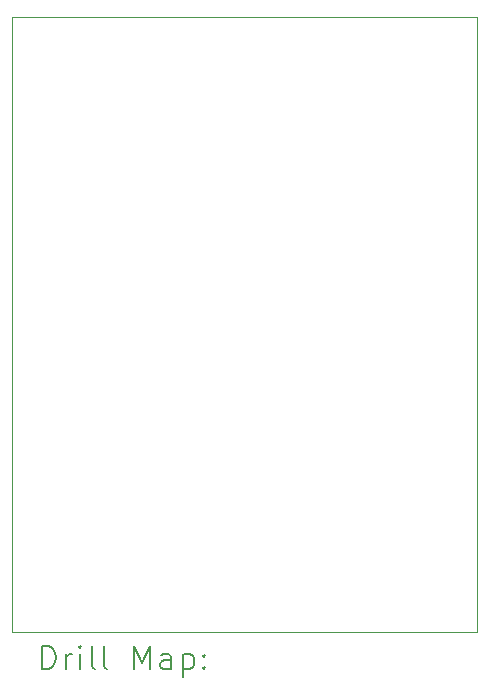
<source format=gbr>
%TF.GenerationSoftware,KiCad,Pcbnew,(6.0.9-0)*%
%TF.CreationDate,2022-12-20T01:23:16-08:00*%
%TF.ProjectId,OSKI8_REGISTER,4f534b49-385f-4524-9547-49535445522e,rev?*%
%TF.SameCoordinates,Original*%
%TF.FileFunction,Drillmap*%
%TF.FilePolarity,Positive*%
%FSLAX45Y45*%
G04 Gerber Fmt 4.5, Leading zero omitted, Abs format (unit mm)*
G04 Created by KiCad (PCBNEW (6.0.9-0)) date 2022-12-20 01:23:16*
%MOMM*%
%LPD*%
G01*
G04 APERTURE LIST*
%ADD10C,0.100000*%
%ADD11C,0.200000*%
G04 APERTURE END LIST*
D10*
X13208000Y-11176000D02*
X17145000Y-11176000D01*
X17145000Y-11176000D02*
X17145000Y-5969000D01*
X17145000Y-5969000D02*
X13208000Y-5969000D01*
X13208000Y-5969000D02*
X13208000Y-11176000D01*
D11*
X13460619Y-11491476D02*
X13460619Y-11291476D01*
X13508238Y-11291476D01*
X13536809Y-11301000D01*
X13555857Y-11320048D01*
X13565381Y-11339095D01*
X13574905Y-11377190D01*
X13574905Y-11405762D01*
X13565381Y-11443857D01*
X13555857Y-11462905D01*
X13536809Y-11481952D01*
X13508238Y-11491476D01*
X13460619Y-11491476D01*
X13660619Y-11491476D02*
X13660619Y-11358143D01*
X13660619Y-11396238D02*
X13670143Y-11377190D01*
X13679667Y-11367667D01*
X13698714Y-11358143D01*
X13717762Y-11358143D01*
X13784428Y-11491476D02*
X13784428Y-11358143D01*
X13784428Y-11291476D02*
X13774905Y-11301000D01*
X13784428Y-11310524D01*
X13793952Y-11301000D01*
X13784428Y-11291476D01*
X13784428Y-11310524D01*
X13908238Y-11491476D02*
X13889190Y-11481952D01*
X13879667Y-11462905D01*
X13879667Y-11291476D01*
X14013000Y-11491476D02*
X13993952Y-11481952D01*
X13984428Y-11462905D01*
X13984428Y-11291476D01*
X14241571Y-11491476D02*
X14241571Y-11291476D01*
X14308238Y-11434333D01*
X14374905Y-11291476D01*
X14374905Y-11491476D01*
X14555857Y-11491476D02*
X14555857Y-11386714D01*
X14546333Y-11367667D01*
X14527286Y-11358143D01*
X14489190Y-11358143D01*
X14470143Y-11367667D01*
X14555857Y-11481952D02*
X14536809Y-11491476D01*
X14489190Y-11491476D01*
X14470143Y-11481952D01*
X14460619Y-11462905D01*
X14460619Y-11443857D01*
X14470143Y-11424809D01*
X14489190Y-11415286D01*
X14536809Y-11415286D01*
X14555857Y-11405762D01*
X14651095Y-11358143D02*
X14651095Y-11558143D01*
X14651095Y-11367667D02*
X14670143Y-11358143D01*
X14708238Y-11358143D01*
X14727286Y-11367667D01*
X14736809Y-11377190D01*
X14746333Y-11396238D01*
X14746333Y-11453381D01*
X14736809Y-11472428D01*
X14727286Y-11481952D01*
X14708238Y-11491476D01*
X14670143Y-11491476D01*
X14651095Y-11481952D01*
X14832048Y-11472428D02*
X14841571Y-11481952D01*
X14832048Y-11491476D01*
X14822524Y-11481952D01*
X14832048Y-11472428D01*
X14832048Y-11491476D01*
X14832048Y-11367667D02*
X14841571Y-11377190D01*
X14832048Y-11386714D01*
X14822524Y-11377190D01*
X14832048Y-11367667D01*
X14832048Y-11386714D01*
M02*

</source>
